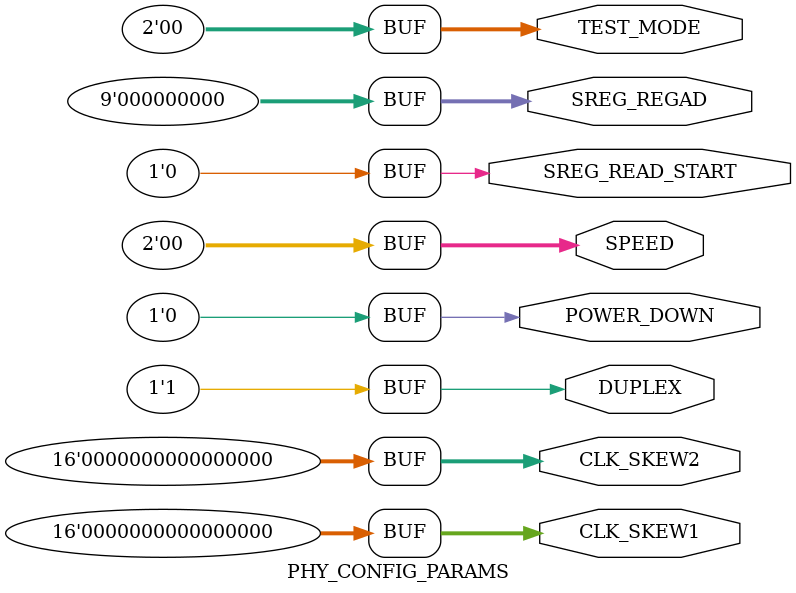
<source format=sv>
module PHY_CONFIG_PARAMS (
	output [1:0]	SPEED,
	output			DUPLEX,
	output [1:0]	TEST_MODE,
	output			POWER_DOWN,
	output [15:0]	CLK_SKEW1,
	output [15:0]	CLK_SKEW2,
	output			SREG_READ_START,
	output [8:0]	SREG_REGAD
);

	assign SPEED				= 2'b00;
	assign DUPLEX				= 1'b1;
	assign TEST_MODE			= 2'b00;
	assign POWER_DOWN 		= 1'b0;
	assign CLK_SKEW1			= 0;
	assign CLK_SKEW2			= 0;
	assign SREG_READ_START	= 1'b0;
	assign SREG_REGAD			= 0;

endmodule

</source>
